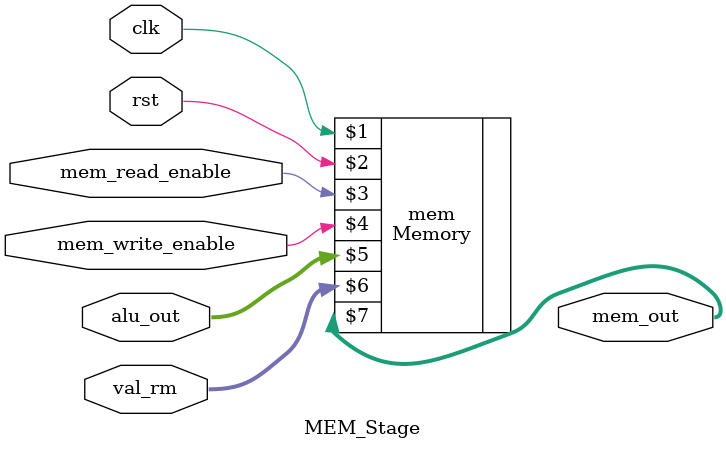
<source format=v>
module MEM_Stage(
    input clk, rst, mem_read_enable, mem_write_enable,
    input [31:0] alu_out, val_rm,
    output [31:0] mem_out
);

    Memory mem(
        clk, rst, mem_read_enable, mem_write_enable,
        alu_out, val_rm, mem_out
    );

endmodule

</source>
